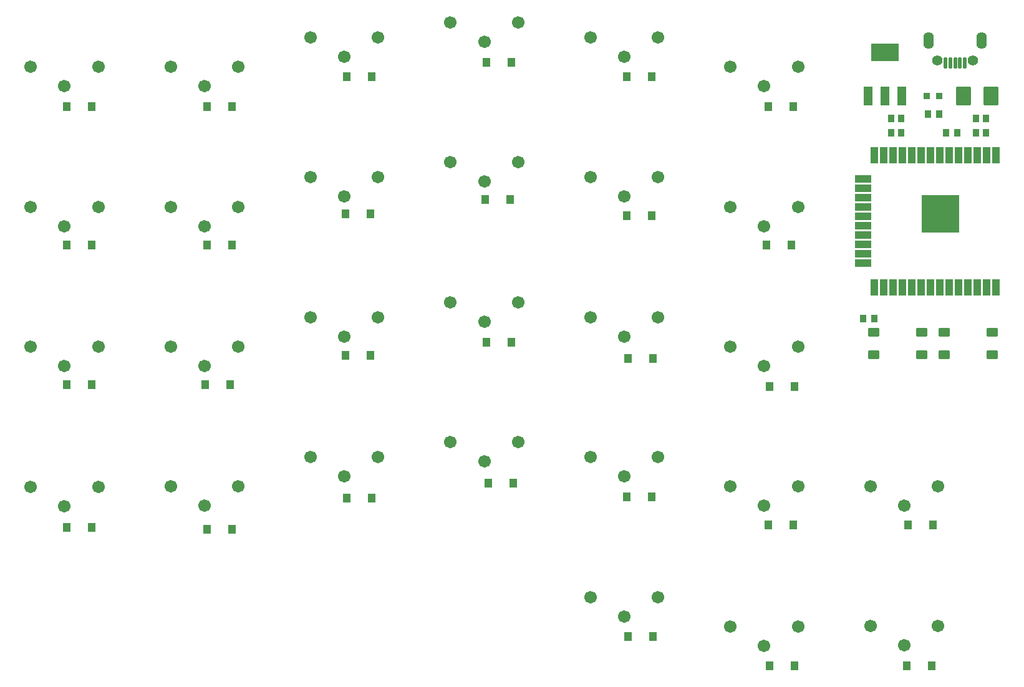
<source format=gts>
G04 Layer: TopSolderMaskLayer*
G04 EasyEDA v6.5.23, 2023-06-09 15:01:11*
G04 604b8d365768463b9eb07bbcea70d2b6,6219c82cfec74c238c9999bd11a2e976,10*
G04 Gerber Generator version 0.2*
G04 Scale: 100 percent, Rotated: No, Reflected: No *
G04 Dimensions in millimeters *
G04 leading zeros omitted , absolute positions ,4 integer and 5 decimal *
%FSLAX45Y45*%
%MOMM*%

%AMMACRO1*1,1,$1,$2,$3*1,1,$1,$4,$5*1,1,$1,0-$2,0-$3*1,1,$1,0-$4,0-$5*20,1,$1,$2,$3,$4,$5,0*20,1,$1,$4,$5,0-$2,0-$3,0*20,1,$1,0-$2,0-$3,0-$4,0-$5,0*20,1,$1,0-$4,0-$5,$2,$3,0*4,1,4,$2,$3,$4,$5,0-$2,0-$3,0-$4,0-$5,$2,$3,0*%
%ADD10MACRO1,0.1016X-0.4X0.45X0.4X0.45*%
%ADD11MACRO1,0.1016X-0.95X1.188X0.95X1.188*%
%ADD12MACRO1,0.1016X0.475X-0.575X-0.475X-0.575*%
%ADD13MACRO1,0.1016X-0.4X-0.4X-0.4X0.4*%
%ADD14MACRO1,0.1016X0.4032X0.432X0.4032X-0.432*%
%ADD15MACRO1,0.1016X-0.4032X0.432X-0.4032X-0.432*%
%ADD16MACRO1,0.1016X-0.4032X-0.432X-0.4032X0.432*%
%ADD17MACRO1,0.1016X0.4032X-0.432X0.4032X0.432*%
%ADD18MACRO1,0.1016X-0.7X0.55X0.7X0.55*%
%ADD19MACRO1,0.1016X0.475X-1.05X-0.475X-1.05*%
%ADD20MACRO1,0.1016X1.05X-0.475X-1.05X-0.475*%
%ADD21MACRO1,0.1016X2.5X2.5X2.5X-2.5*%
%ADD22MACRO1,0.1016X0.55X1.25X0.55X-1.25*%
%ADD23MACRO1,0.1016X1.8X-1.17X-1.8X-1.17*%
%ADD24MACRO1,0.1016X-0.2X-0.7X-0.2X0.7*%
%ADD25O,1.4015974000000002X2.3015956*%
%ADD26C,1.4016*%
%ADD27C,1.7016*%

%LPD*%
D10*
G01*
X13669911Y-3020039D03*
G01*
X13529911Y-3020039D03*
G01*
X13669911Y-2820040D03*
G01*
X13529911Y-2820040D03*
G01*
X12519914Y-2820040D03*
G01*
X12379914Y-2820040D03*
G01*
X12519914Y-3020039D03*
G01*
X12379914Y-3020039D03*
D11*
G01*
X13739776Y-2520041D03*
G01*
X13360046Y-2520041D03*
D12*
G01*
X1190696Y-2660040D03*
G01*
X1529176Y-2660040D03*
G01*
X3090692Y-2660040D03*
G01*
X3429172Y-2660040D03*
G01*
X4990688Y-2260041D03*
G01*
X5329168Y-2260041D03*
G01*
X6890684Y-2060041D03*
G01*
X7229165Y-2060041D03*
G01*
X8790680Y-2260041D03*
G01*
X9129161Y-2260041D03*
G01*
X10710677Y-2660040D03*
G01*
X11049157Y-2660040D03*
G01*
X1190696Y-4540036D03*
G01*
X1529176Y-4540036D03*
G01*
X3090692Y-4540036D03*
G01*
X3429172Y-4540036D03*
G01*
X4970688Y-4120037D03*
G01*
X5309168Y-4120037D03*
G01*
X6870684Y-3920037D03*
G01*
X7209165Y-3920037D03*
G01*
X8790680Y-4140037D03*
G01*
X9129161Y-4140037D03*
G01*
X10690677Y-4540036D03*
G01*
X11029157Y-4540036D03*
G01*
X1190696Y-6440032D03*
G01*
X1529176Y-6440032D03*
G01*
X3070692Y-6440032D03*
G01*
X3409172Y-6440032D03*
G01*
X4970688Y-6040033D03*
G01*
X5309168Y-6040033D03*
G01*
X6890684Y-5860034D03*
G01*
X7229165Y-5860034D03*
G01*
X8810680Y-6080033D03*
G01*
X9149161Y-6080033D03*
G01*
X10730677Y-6460032D03*
G01*
X11069157Y-6460032D03*
G01*
X1190696Y-8380028D03*
G01*
X1529176Y-8380028D03*
G01*
X3090692Y-8400028D03*
G01*
X3429172Y-8400028D03*
G01*
X4990688Y-7980029D03*
G01*
X5329168Y-7980029D03*
G01*
X6910684Y-7780030D03*
G01*
X7249165Y-7780030D03*
G01*
X8790680Y-7960029D03*
G01*
X9129161Y-7960029D03*
G01*
X10710677Y-8340029D03*
G01*
X11049157Y-8340029D03*
G01*
X8810680Y-9860025D03*
G01*
X9149161Y-9860025D03*
G01*
X10730677Y-10260025D03*
G01*
X11069157Y-10260025D03*
G01*
X12590673Y-10260025D03*
G01*
X12929153Y-10260025D03*
G01*
X12610673Y-8340029D03*
G01*
X12949153Y-8340029D03*
D13*
G01*
X13035003Y-2520040D03*
G01*
X12864823Y-2520040D03*
D14*
G01*
X13124587Y-3020039D03*
D15*
G01*
X13275237Y-3020039D03*
D14*
G01*
X12004589Y-5540034D03*
D15*
G01*
X12155239Y-5540034D03*
D16*
G01*
X13035238Y-2760040D03*
D17*
G01*
X12884588Y-2760040D03*
D18*
G01*
X12144913Y-5730034D03*
G01*
X12794914Y-5730034D03*
G01*
X12144913Y-6030033D03*
G01*
X12794914Y-6030033D03*
G01*
X13104911Y-5730034D03*
G01*
X13754912Y-5730034D03*
G01*
X13104911Y-6030033D03*
G01*
X13754912Y-6030033D03*
D19*
G01*
X13801430Y-3320061D03*
G01*
X13674430Y-3320061D03*
G01*
X13547430Y-3320061D03*
G01*
X13420430Y-3320061D03*
G01*
X13293430Y-3320061D03*
G01*
X13166430Y-3320061D03*
G01*
X13039430Y-3320061D03*
G01*
X12912430Y-3320061D03*
G01*
X12785430Y-3320061D03*
G01*
X12658430Y-3320061D03*
G01*
X12531430Y-3320061D03*
G01*
X12404430Y-3320061D03*
G01*
X12277430Y-3320061D03*
G01*
X12150430Y-3320061D03*
D20*
G01*
X11998408Y-3648547D03*
G01*
X11998408Y-3775547D03*
G01*
X11998408Y-3902547D03*
G01*
X11998408Y-4029547D03*
G01*
X11998408Y-4156547D03*
G01*
X11998434Y-4283547D03*
G01*
X11998434Y-4410547D03*
G01*
X11998434Y-4537547D03*
G01*
X11998434Y-4664547D03*
G01*
X11998434Y-4791547D03*
D19*
G01*
X12150430Y-5120032D03*
G01*
X12277430Y-5120032D03*
G01*
X12404430Y-5120032D03*
G01*
X12531430Y-5120032D03*
G01*
X12658430Y-5120032D03*
G01*
X12785430Y-5120032D03*
G01*
X12912430Y-5120032D03*
G01*
X13039430Y-5120032D03*
G01*
X13166430Y-5120032D03*
G01*
X13293430Y-5120032D03*
G01*
X13420430Y-5120032D03*
G01*
X13547430Y-5120032D03*
G01*
X13674430Y-5120032D03*
G01*
X13801430Y-5120032D03*
D21*
G01*
X13047116Y-4118344D03*
D22*
G01*
X12069917Y-2517034D03*
G01*
X12299914Y-2517034D03*
G01*
X12529911Y-2517034D03*
D23*
G01*
X12299914Y-1923039D03*
D24*
G01*
X13119912Y-2072170D03*
G01*
X13184911Y-2072170D03*
G01*
X13249912Y-2072170D03*
G01*
X13314908Y-2072170D03*
G01*
X13379909Y-2072170D03*
D25*
G01*
X12889915Y-1767916D03*
G01*
X13609904Y-1767916D03*
D26*
G01*
X13492403Y-2034920D03*
G01*
X13007416Y-2034920D03*
D27*
G01*
X1617243Y-2124532D03*
G01*
X1158239Y-2386533D03*
G01*
X699236Y-2124532D03*
G01*
X3517163Y-2119452D03*
G01*
X3058159Y-2381453D03*
G01*
X2599156Y-2119452D03*
G01*
X5417083Y-1723212D03*
G01*
X4958079Y-1985213D03*
G01*
X4499076Y-1723212D03*
G01*
X7317003Y-1520012D03*
G01*
X6858000Y-1782013D03*
G01*
X6398996Y-1520012D03*
G01*
X9216923Y-1723212D03*
G01*
X8757920Y-1985213D03*
G01*
X8298916Y-1723212D03*
G01*
X11116843Y-2119452D03*
G01*
X10657840Y-2381453D03*
G01*
X10198836Y-2119452D03*
G01*
X1617243Y-4024452D03*
G01*
X1158239Y-4286453D03*
G01*
X699236Y-4024452D03*
G01*
X3517163Y-4029532D03*
G01*
X3058159Y-4291533D03*
G01*
X2599156Y-4029532D03*
G01*
X5417083Y-3623132D03*
G01*
X4958079Y-3885133D03*
G01*
X4499076Y-3623132D03*
G01*
X7317003Y-3419932D03*
G01*
X6858000Y-3681933D03*
G01*
X6398996Y-3419932D03*
G01*
X9216923Y-3623132D03*
G01*
X8757920Y-3885133D03*
G01*
X8298916Y-3623132D03*
G01*
X11116843Y-4024452D03*
G01*
X10657840Y-4286453D03*
G01*
X10198836Y-4024452D03*
G01*
X1617243Y-5924372D03*
G01*
X1158239Y-6186373D03*
G01*
X699236Y-5924372D03*
G01*
X3517163Y-5919292D03*
G01*
X3058159Y-6181293D03*
G01*
X2599156Y-5919292D03*
G01*
X5417083Y-5523052D03*
G01*
X4958079Y-5785053D03*
G01*
X4499076Y-5523052D03*
G01*
X7317003Y-5324932D03*
G01*
X6858000Y-5586933D03*
G01*
X6398996Y-5324932D03*
G01*
X9216923Y-5523052D03*
G01*
X8757920Y-5785053D03*
G01*
X8298916Y-5523052D03*
G01*
X11116843Y-5919292D03*
G01*
X10657840Y-6181293D03*
G01*
X10198836Y-5919292D03*
G01*
X1617243Y-7824292D03*
G01*
X1158239Y-8086293D03*
G01*
X699236Y-7824292D03*
G01*
X3517163Y-7819212D03*
G01*
X3058159Y-8081213D03*
G01*
X2599156Y-7819212D03*
G01*
X5417083Y-7417892D03*
G01*
X4958079Y-7679893D03*
G01*
X4499076Y-7417892D03*
G01*
X7317003Y-7219772D03*
G01*
X6858000Y-7481773D03*
G01*
X6398996Y-7219772D03*
G01*
X9216923Y-7422972D03*
G01*
X8757920Y-7684973D03*
G01*
X8298916Y-7422972D03*
G01*
X11116843Y-7819212D03*
G01*
X10657840Y-8081213D03*
G01*
X10198836Y-7819212D03*
G01*
X13016763Y-7819212D03*
G01*
X12557759Y-8081213D03*
G01*
X12098756Y-7819212D03*
G01*
X13016763Y-9719132D03*
G01*
X12557759Y-9981133D03*
G01*
X12098756Y-9719132D03*
G01*
X11116843Y-9724212D03*
G01*
X10657840Y-9986213D03*
G01*
X10198836Y-9724212D03*
G01*
X9216923Y-9327972D03*
G01*
X8757920Y-9589973D03*
G01*
X8298916Y-9327972D03*
M02*

</source>
